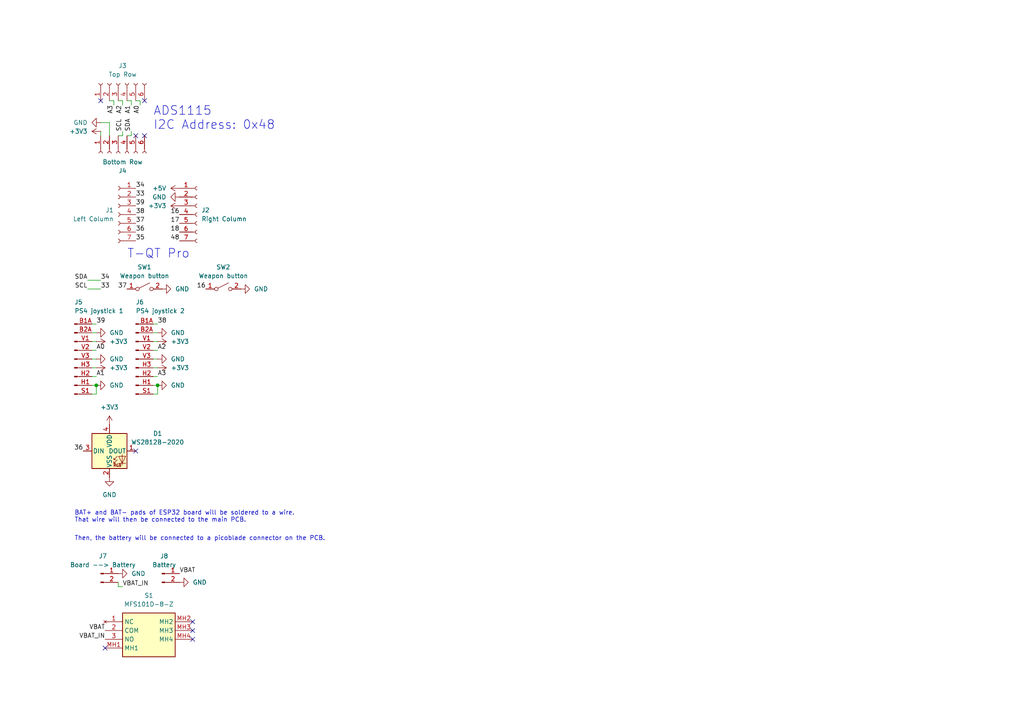
<source format=kicad_sch>
(kicad_sch (version 20231120) (generator "eeschema") (generator_version "8.0")
  (paper "A4")
  (lib_symbols
    (symbol "Conn_01x09_Pin_1" (pin_names (offset 1.016) hide)
      (property "Reference" "J6" (at 0 16.51 0))
      (property "Value" "PS4 joystick 2" (at 0 13.97 0))
      (symbol "Conn_01x09_Pin_1_1_1"
        (rectangle (start 0 -10.033) (end 0.8636 -10.287) (stroke (width 0.1524)) (fill (type outline)))
        (polyline (pts (xy 1.27 -10.16) (xy 0.8636 -10.16)) (stroke (width 0.1524)))
        (polyline (pts (xy 1.27 -7.62) (xy 0.8636 -7.62)) (stroke (width 0.1524)))
        (polyline (pts (xy 1.27 -5.08) (xy 0.8636 -5.08)) (stroke (width 0.1524)))
        (polyline (pts (xy 1.27 -2.54) (xy 0.8636 -2.54)) (stroke (width 0.1524)))
        (polyline (pts (xy 1.27 0) (xy 0.8636 0)) (stroke (width 0.1524)))
        (polyline (pts (xy 1.27 2.54) (xy 0.8636 2.54)) (stroke (width 0.1524)))
        (polyline (pts (xy 1.27 5.08) (xy 0.8636 5.08)) (stroke (width 0.1524)))
        (polyline (pts (xy 1.27 7.62) (xy 0.8636 7.62)) (stroke (width 0.1524)))
        (polyline (pts (xy 1.27 10.16) (xy 0.8636 10.16)) (stroke (width 0.1524)))
        (rectangle (start 0.8636 -7.493) (end 0 -7.747) (stroke (width 0.1524)) (fill (type outline)))
        (rectangle (start 0.8636 -4.953) (end 0 -5.207) (stroke (width 0.1524)) (fill (type outline)))
        (rectangle (start 0.8636 -2.413) (end 0 -2.667) (stroke (width 0.1524)) (fill (type outline)))
        (rectangle (start 0.8636 0.127) (end 0 -0.127) (stroke (width 0.1524)) (fill (type outline)))
        (rectangle (start 0.8636 2.667) (end 0 2.413) (stroke (width 0.1524)) (fill (type outline)))
        (rectangle (start 0.8636 5.207) (end 0 4.953) (stroke (width 0.1524)) (fill (type outline)))
        (rectangle (start 0.8636 7.747) (end 0 7.493) (stroke (width 0.1524)) (fill (type outline)))
        (rectangle (start 0.8636 10.287) (end 0 10.033) (stroke (width 0.1524)) (fill (type outline)))
        (pin output line (at 5.08 10.16 180) (length 3.81) (name "Pin_1") (number "B1A"))
        (pin output line (at 5.08 10.16 180) (length 3.81) hide (name "Pin_1") (number "B1B"))
        (pin power_in line (at 5.08 7.62 180) (length 3.81) (name "Pin_2") (number "B2A"))
        (pin power_in line (at 5.08 7.62 180) (length 3.81) hide (name "Pin_2") (number "B2B"))
        (pin power_in line (at 5.08 -7.62 180) (length 3.81) (name "Pin_8") (number "H1"))
        (pin input line (at 5.08 -5.08 180) (length 3.81) (name "Pin_7") (number "H2"))
        (pin power_in line (at 5.08 -2.54 180) (length 3.81) (name "Pin_6") (number "H3"))
        (pin power_in line (at 5.08 -10.16 180) (length 3.81) (name "Pin_9") (number "S1"))
        (pin power_in line (at 5.08 -10.16 180) (length 3.81) hide (name "Pin_9") (number "S2"))
        (pin power_in line (at 5.08 -10.16 180) (length 3.81) hide (name "Pin_9") (number "S3"))
        (pin power_in line (at 5.08 -10.16 180) (length 3.81) hide (name "Pin_9") (number "S4"))
        (pin power_in line (at 5.08 5.08 180) (length 3.81) (name "Pin_3") (number "V1"))
        (pin input line (at 5.08 2.54 180) (length 3.81) (name "Pin_4") (number "V2"))
        (pin power_in line (at 5.08 0 180) (length 3.81) (name "Pin_5") (number "V3"))
      )
    )
    (symbol "Connector:Conn_01x02_Pin" (pin_names (offset 1.016) hide)
      (property "Reference" "J" (at 0 2.54 0))
      (property "Value" "Conn_01x02_Pin" (at 0 -5.08 0))
      (symbol "Conn_01x02_Pin_1_1"
        (polyline (pts (xy 1.27 -2.54) (xy 0.8636 -2.54)) (stroke (width 0.1524)))
        (polyline (pts (xy 1.27 0) (xy 0.8636 0)) (stroke (width 0.1524)))
        (rectangle (start 0.8636 -2.413) (end 0 -2.667) (stroke (width 0.1524)) (fill (type outline)))
        (rectangle (start 0.8636 0.127) (end 0 -0.127) (stroke (width 0.1524)) (fill (type outline)))
        (pin passive line (at 5.08 0 180) (length 3.81) (name "Pin_1") (number "1"))
        (pin passive line (at 5.08 -2.54 180) (length 3.81) (name "Pin_2") (number "2"))
      )
    )
    (symbol "Connector:Conn_01x06_Socket" (pin_names (offset 1.016) hide)
      (property "Reference" "J" (at 0 7.62 0))
      (property "Value" "Conn_01x06_Socket" (at 0 -10.16 0))
      (symbol "Conn_01x06_Socket_1_1"
        (arc (start 0 -7.112) (mid -0.5058 -7.62) (end 0 -8.128) (stroke (width 0.1524)))
        (arc (start 0 -4.572) (mid -0.5058 -5.08) (end 0 -5.588) (stroke (width 0.1524)))
        (arc (start 0 -2.032) (mid -0.5058 -2.54) (end 0 -3.048) (stroke (width 0.1524)))
        (polyline (pts (xy -1.27 -7.62) (xy -0.508 -7.62)) (stroke (width 0.1524)))
        (polyline (pts (xy -1.27 -5.08) (xy -0.508 -5.08)) (stroke (width 0.1524)))
        (polyline (pts (xy -1.27 -2.54) (xy -0.508 -2.54)) (stroke (width 0.1524)))
        (polyline (pts (xy -1.27 0) (xy -0.508 0)) (stroke (width 0.1524)))
        (polyline (pts (xy -1.27 2.54) (xy -0.508 2.54)) (stroke (width 0.1524)))
        (polyline (pts (xy -1.27 5.08) (xy -0.508 5.08)) (stroke (width 0.1524)))
        (arc (start 0 0.508) (mid -0.5058 0) (end 0 -0.508) (stroke (width 0.1524)))
        (arc (start 0 3.048) (mid -0.5058 2.54) (end 0 2.032) (stroke (width 0.1524)))
        (arc (start 0 5.588) (mid -0.5058 5.08) (end 0 4.572) (stroke (width 0.1524)))
        (pin passive line (at -5.08 5.08 0) (length 3.81) (name "Pin_1") (number "1"))
        (pin passive line (at -5.08 2.54 0) (length 3.81) (name "Pin_2") (number "2"))
        (pin passive line (at -5.08 0 0) (length 3.81) (name "Pin_3") (number "3"))
        (pin passive line (at -5.08 -2.54 0) (length 3.81) (name "Pin_4") (number "4"))
        (pin passive line (at -5.08 -5.08 0) (length 3.81) (name "Pin_5") (number "5"))
        (pin passive line (at -5.08 -7.62 0) (length 3.81) (name "Pin_6") (number "6"))
      )
    )
    (symbol "Connector:Conn_01x07_Socket" (pin_names (offset 1.016) hide)
      (property "Reference" "J" (at 0 10.16 0))
      (property "Value" "Conn_01x07_Socket" (at 0 -10.16 0))
      (symbol "Conn_01x07_Socket_1_1"
        (arc (start 0 -7.112) (mid -0.5058 -7.62) (end 0 -8.128) (stroke (width 0.1524)))
        (arc (start 0 -4.572) (mid -0.5058 -5.08) (end 0 -5.588) (stroke (width 0.1524)))
        (arc (start 0 -2.032) (mid -0.5058 -2.54) (end 0 -3.048) (stroke (width 0.1524)))
        (polyline (pts (xy -1.27 -7.62) (xy -0.508 -7.62)) (stroke (width 0.1524)))
        (polyline (pts (xy -1.27 -5.08) (xy -0.508 -5.08)) (stroke (width 0.1524)))
        (polyline (pts (xy -1.27 -2.54) (xy -0.508 -2.54)) (stroke (width 0.1524)))
        (polyline (pts (xy -1.27 0) (xy -0.508 0)) (stroke (width 0.1524)))
        (polyline (pts (xy -1.27 2.54) (xy -0.508 2.54)) (stroke (width 0.1524)))
        (polyline (pts (xy -1.27 5.08) (xy -0.508 5.08)) (stroke (width 0.1524)))
        (polyline (pts (xy -1.27 7.62) (xy -0.508 7.62)) (stroke (width 0.1524)))
        (arc (start 0 0.508) (mid -0.5058 0) (end 0 -0.508) (stroke (width 0.1524)))
        (arc (start 0 3.048) (mid -0.5058 2.54) (end 0 2.032) (stroke (width 0.1524)))
        (arc (start 0 5.588) (mid -0.5058 5.08) (end 0 4.572) (stroke (width 0.1524)))
        (arc (start 0 8.128) (mid -0.5058 7.62) (end 0 7.112) (stroke (width 0.1524)))
        (pin passive line (at -5.08 7.62 0) (length 3.81) (name "Pin_1") (number "1"))
        (pin passive line (at -5.08 5.08 0) (length 3.81) (name "Pin_2") (number "2"))
        (pin passive line (at -5.08 2.54 0) (length 3.81) (name "Pin_3") (number "3"))
        (pin passive line (at -5.08 0 0) (length 3.81) (name "Pin_4") (number "4"))
        (pin passive line (at -5.08 -2.54 0) (length 3.81) (name "Pin_5") (number "5"))
        (pin passive line (at -5.08 -5.08 0) (length 3.81) (name "Pin_6") (number "6"))
        (pin passive line (at -5.08 -7.62 0) (length 3.81) (name "Pin_7") (number "7"))
      )
    )
    (symbol "Connector:Conn_01x09_Pin" (pin_names (offset 1.016) hide)
      (property "Reference" "J5" (at 0 16.51 0))
      (property "Value" "PS4 joystick 1" (at 0 13.97 0))
      (symbol "Conn_01x09_Pin_1_1"
        (rectangle (start 0 -10.033) (end 0.8636 -10.287) (stroke (width 0.1524)) (fill (type outline)))
        (polyline (pts (xy 1.27 -10.16) (xy 0.8636 -10.16)) (stroke (width 0.1524)))
        (polyline (pts (xy 1.27 -7.62) (xy 0.8636 -7.62)) (stroke (width 0.1524)))
        (polyline (pts (xy 1.27 -5.08) (xy 0.8636 -5.08)) (stroke (width 0.1524)))
        (polyline (pts (xy 1.27 -2.54) (xy 0.8636 -2.54)) (stroke (width 0.1524)))
        (polyline (pts (xy 1.27 0) (xy 0.8636 0)) (stroke (width 0.1524)))
        (polyline (pts (xy 1.27 2.54) (xy 0.8636 2.54)) (stroke (width 0.1524)))
        (polyline (pts (xy 1.27 5.08) (xy 0.8636 5.08)) (stroke (width 0.1524)))
        (polyline (pts (xy 1.27 7.62) (xy 0.8636 7.62)) (stroke (width 0.1524)))
        (polyline (pts (xy 1.27 10.16) (xy 0.8636 10.16)) (stroke (width 0.1524)))
        (rectangle (start 0 10.287) (end 0.8636 10.033) (stroke (width 0.1524)) (fill (type outline)))
        (rectangle (start 0.8636 -7.493) (end 0 -7.747) (stroke (width 0.1524)) (fill (type outline)))
        (rectangle (start 0.8636 -4.953) (end 0 -5.207) (stroke (width 0.1524)) (fill (type outline)))
        (rectangle (start 0.8636 -2.413) (end 0 -2.667) (stroke (width 0.1524)) (fill (type outline)))
        (rectangle (start 0.8636 0.127) (end 0 -0.127) (stroke (width 0.1524)) (fill (type outline)))
        (rectangle (start 0.8636 2.667) (end 0 2.413) (stroke (width 0.1524)) (fill (type outline)))
        (rectangle (start 0.8636 5.207) (end 0 4.953) (stroke (width 0.1524)) (fill (type outline)))
        (rectangle (start 0.8636 7.747) (end 0 7.493) (stroke (width 0.1524)) (fill (type outline)))
        (pin output line (at 5.08 10.16 180) (length 3.81) (name "Pin_1") (number "B1A"))
        (pin output line (at 5.08 10.16 180) (length 3.81) hide (name "Pin_1") (number "B1B"))
        (pin power_in line (at 5.08 7.62 180) (length 3.81) (name "Pin_2") (number "B2A"))
        (pin power_in line (at 5.08 7.62 180) (length 3.81) hide (name "Pin_2") (number "B2B"))
        (pin power_in line (at 5.08 -7.62 180) (length 3.81) (name "Pin_8") (number "H1"))
        (pin input line (at 5.08 -5.08 180) (length 3.81) (name "Pin_7") (number "H2"))
        (pin power_in line (at 5.08 -2.54 180) (length 3.81) (name "Pin_6") (number "H3"))
        (pin power_in line (at 5.08 -10.16 180) (length 3.81) (name "Pin_9") (number "S1"))
        (pin power_in line (at 5.08 -10.16 180) (length 3.81) hide (name "Pin_9") (number "S2"))
        (pin power_in line (at 5.08 -10.16 180) (length 3.81) hide (name "Pin_9") (number "S3"))
        (pin power_in line (at 5.08 -10.16 180) (length 3.81) hide (name "Pin_9") (number "S4"))
        (pin power_in line (at 5.08 5.08 180) (length 3.81) (name "Pin_3") (number "V1"))
        (pin input line (at 5.08 2.54 180) (length 3.81) (name "Pin_4") (number "V2"))
        (pin power_in line (at 5.08 0 180) (length 3.81) (name "Pin_5") (number "V3"))
      )
    )
    (symbol "LED:WS2812B-2020" (pin_names (offset 0.254))
      (property "Reference" "D" (at 5.08 5.715 0))
      (property "Value" "WS2812B-2020" (at 1.27 -5.715 0))
      (symbol "WS2812B-2020_0_0"
        (text "RGB" (at 2.286 -4.191 0) (effects (font (size 0.762 0.762))))
      )
      (symbol "WS2812B-2020_0_1"
        (polyline (pts (xy 1.27 -3.556) (xy 1.778 -3.556)))
        (polyline (pts (xy 1.27 -2.54) (xy 1.778 -2.54)))
        (polyline (pts (xy 4.699 -3.556) (xy 2.667 -3.556)))
        (polyline (pts (xy 2.286 -2.54) (xy 1.27 -3.556) (xy 1.27 -3.048)))
        (polyline (pts (xy 2.286 -1.524) (xy 1.27 -2.54) (xy 1.27 -2.032)))
        (polyline (pts (xy 3.683 -1.016) (xy 3.683 -3.556) (xy 3.683 -4.064)))
        (polyline (pts (xy 4.699 -1.524) (xy 2.667 -1.524) (xy 3.683 -3.556) (xy 4.699 -1.524)))
        (rectangle (start 5.08 5.08) (end -5.08 -5.08) (stroke (width 0.254)) (fill (type background)))
      )
      (symbol "WS2812B-2020_1_1"
        (pin output line (at 7.62 0 180) (length 2.54) (name "DOUT") (number "1"))
        (pin power_in line (at 0 -7.62 90) (length 2.54) (name "VSS") (number "2"))
        (pin input line (at -7.62 0 0) (length 2.54) (name "DIN") (number "3"))
        (pin power_in line (at 0 7.62 270) (length 2.54) (name "VDD") (number "4"))
      )
    )
    (symbol "MFS101D-8-Z:MFS101D-8-Z"
      (property "Reference" "S" (at 21.59 7.62 0))
      (property "Value" "MFS101D-8-Z" (at 21.59 5.08 0))
      (symbol "MFS101D-8-Z_1_1"
        (rectangle (start 5.08 2.54) (end 20.32 -10.16) (stroke (width 0.254)) (fill (type background)))
        (pin no_connect line (at 0 0 0) (length 5.08) (name "NC") (number "1"))
        (pin passive line (at 0 -2.54 0) (length 5.08) (name "COM") (number "2"))
        (pin passive line (at 0 -5.08 0) (length 5.08) (name "NO") (number "3"))
        (pin passive line (at 0 -7.62 0) (length 5.08) (name "MH1") (number "MH1"))
        (pin passive line (at 25.4 0 180) (length 5.08) (name "MH2") (number "MH2"))
        (pin passive line (at 25.4 -2.54 180) (length 5.08) (name "MH3") (number "MH3"))
        (pin passive line (at 25.4 -5.08 180) (length 5.08) (name "MH4") (number "MH4"))
      )
    )
    (symbol "Switch:SW_SPST" (pin_names (offset 0) hide)
      (property "Reference" "SW" (at 0 3.175 0))
      (property "Value" "SW_SPST" (at 0 -2.54 0))
      (symbol "SW_SPST_0_0"
        (circle (center -2.032 0) (radius 0.508))
        (polyline (pts (xy -1.524 0.254) (xy 1.524 1.778)))
        (circle (center 2.032 0) (radius 0.508))
      )
      (symbol "SW_SPST_1_1"
        (pin passive line (at -5.08 0 0) (length 2.54) (name "A") (number "1"))
        (pin passive line (at 5.08 0 180) (length 2.54) (name "B") (number "2"))
      )
    )
    (symbol "power:+3V3" (power) (pin_numbers hide) (pin_names (offset 0) hide)
      (property "Value" "+3V3" (at 0 3.556 0))
      (symbol "+3V3_0_1"
        (polyline (pts (xy -0.762 1.27) (xy 0 2.54)))
        (polyline (pts (xy 0 0) (xy 0 2.54)))
        (polyline (pts (xy 0 2.54) (xy 0.762 1.27)))
      )
      (symbol "+3V3_1_1"
        (pin power_in line (at 0 0 90) (length 0) (name "~") (number "1"))
      )
    )
    (symbol "power:+5V" (power) (pin_numbers hide) (pin_names (offset 0) hide)
      (property "Value" "+5V" (at 0 3.556 0))
      (symbol "+5V_0_1"
        (polyline (pts (xy -0.762 1.27) (xy 0 2.54)))
        (polyline (pts (xy 0 0) (xy 0 2.54)))
        (polyline (pts (xy 0 2.54) (xy 0.762 1.27)))
      )
      (symbol "+5V_1_1"
        (pin power_in line (at 0 0 90) (length 0) (name "~") (number "1"))
      )
    )
    (symbol "power:GND" (power) (pin_numbers hide) (pin_names (offset 0) hide)
      (property "Value" "GND" (at 0 -3.81 0))
      (symbol "GND_0_1"
        (polyline (pts (xy 0 0) (xy 0 -1.27) (xy 1.27 -1.27) (xy 0 -2.54) (xy -1.27 -1.27) (xy 0 -1.27)))
      )
      (symbol "GND_1_1"
        (pin power_in line (at 0 0 270) (length 0) (name "~") (number "1"))
      )
    )
  )
  (junction (at 27.94 111.76))
  (junction (at 45.72 111.76))
  (no_connect (at 30.48 187.96))
  (no_connect (at 41.91 29.21))
  (no_connect (at 55.88 185.42))
  (no_connect (at 29.21 29.21))
  (no_connect (at 55.88 180.34))
  (no_connect (at 39.37 39.37))
  (no_connect (at 41.91 39.37))
  (no_connect (at 55.88 182.88))
  (no_connect (at 39.37 130.81))
  (wire (pts (xy 45.72 101.6) (xy 44.45 101.6)))
  (wire (pts (xy 27.94 111.76) (xy 27.94 114.3)))
  (wire (pts (xy 27.94 101.6) (xy 26.67 101.6)))
  (wire (pts (xy 29.21 35.56) (xy 31.75 35.56)))
  (wire (pts (xy 27.94 114.3) (xy 26.67 114.3)))
  (wire (pts (xy 33.02 30.48) (xy 33.02 29.21)))
  (wire (pts (xy 38.1 39.37) (xy 36.83 39.37)))
  (wire (pts (xy 35.56 170.18) (xy 34.29 170.18)))
  (wire (pts (xy 38.1 38.1) (xy 38.1 39.37)))
  (wire (pts (xy 27.94 96.52) (xy 26.67 96.52)))
  (wire (pts (xy 34.29 170.18) (xy 34.29 168.91)))
  (wire (pts (xy 35.56 38.1) (xy 35.56 39.37)))
  (wire (pts (xy 27.94 99.06) (xy 26.67 99.06)))
  (wire (pts (xy 25.4 83.82) (xy 29.21 83.82)))
  (wire (pts (xy 40.64 30.48) (xy 40.64 29.21)))
  (wire (pts (xy 45.72 111.76) (xy 45.72 114.3)))
  (wire (pts (xy 27.94 104.14) (xy 26.67 104.14)))
  (wire (pts (xy 45.72 109.22) (xy 44.45 109.22)))
  (wire (pts (xy 45.72 106.68) (xy 44.45 106.68)))
  (wire (pts (xy 25.4 81.28) (xy 29.21 81.28)))
  (wire (pts (xy 40.64 29.21) (xy 39.37 29.21)))
  (wire (pts (xy 33.02 29.21) (xy 31.75 29.21)))
  (wire (pts (xy 29.21 38.1) (xy 29.21 39.37)))
  (wire (pts (xy 45.72 93.98) (xy 44.45 93.98)))
  (wire (pts (xy 45.72 114.3) (xy 44.45 114.3)))
  (wire (pts (xy 27.94 111.76) (xy 26.67 111.76)))
  (wire (pts (xy 27.94 106.68) (xy 26.67 106.68)))
  (wire (pts (xy 45.72 96.52) (xy 44.45 96.52)))
  (wire (pts (xy 45.72 99.06) (xy 44.45 99.06)))
  (wire (pts (xy 45.72 111.76) (xy 44.45 111.76)))
  (wire (pts (xy 35.56 39.37) (xy 34.29 39.37)))
  (wire (pts (xy 35.56 29.21) (xy 34.29 29.21)))
  (wire (pts (xy 35.56 30.48) (xy 35.56 29.21)))
  (wire (pts (xy 27.94 93.98) (xy 26.67 93.98)))
  (wire (pts (xy 38.1 30.48) (xy 38.1 29.21)))
  (wire (pts (xy 31.75 35.56) (xy 31.75 39.37)))
  (wire (pts (xy 27.94 109.22) (xy 26.67 109.22)))
  (wire (pts (xy 38.1 29.21) (xy 36.83 29.21)))
  (wire (pts (xy 45.72 104.14) (xy 44.45 104.14)))
  (text "T-QT Pro" (at 45.974 73.66 0) (effects (font (size 2.54 2.54))))
  (text "ADS1115\nI2C Address: 0x48" (at 44.45 34.29 0) (effects (font (size 2.54 2.54)) (justify left)))
  (text "BAT+ and BAT- pads of ESP32 board will be soldered to a wire.\nThat wire will then be connected to the main PCB." (at 21.59 149.86 0) (effects (font (size 1.27 1.27)) (justify left)))
  (text "Then, the battery will be connected to a picoblade connector on the PCB." (at 21.59 156.21 0) (effects (font (size 1.27 1.27)) (justify left)))
  (label "35" (at 39.37 69.85 0))
  (label "SCL" (at 35.56 38.1 90))
  (label "A2" (at 35.56 30.48 270))
  (label "33" (at 39.37 57.15 0))
  (label "16" (at 59.69 83.82 180))
  (label "38" (at 45.72 93.98 0))
  (label "A2" (at 45.72 101.6 0))
  (label "39" (at 27.94 93.98 0))
  (label "A0" (at 40.64 30.48 270))
  (label "37" (at 39.37 64.77 0))
  (label "A3" (at 45.72 109.22 0))
  (label "18" (at 52.07 67.31 180))
  (label "36" (at 24.13 130.81 180))
  (label "16" (at 52.07 62.23 180))
  (label "37" (at 36.83 83.82 180))
  (label "34" (at 29.21 81.28 0))
  (label "48" (at 52.07 69.85 180))
  (label "34" (at 39.37 54.61 0))
  (label "VBAT" (at 52.07 166.37 0))
  (label "A1" (at 38.1 30.48 270))
  (label "33" (at 29.21 83.82 0))
  (label "VBAT" (at 30.48 182.88 180))
  (label "39" (at 39.37 59.69 0))
  (label "38" (at 39.37 62.23 0))
  (label "SDA" (at 25.4 81.28 180))
  (label "36" (at 39.37 67.31 0))
  (label "A0" (at 27.94 101.6 0))
  (label "VBAT_IN" (at 35.56 170.18 0))
  (label "SCL" (at 25.4 83.82 180))
  (label "A3" (at 33.02 30.48 270))
  (label "VBAT_IN" (at 30.48 185.42 180))
  (label "17" (at 52.07 64.77 180))
  (label "A1" (at 27.94 109.22 0))
  (label "SDA" (at 38.1 38.1 90))
  (symbol (lib_id "power:+3V3") (at 27.94 106.68 270) (unit 1)
    (property "Reference" "#PWR09" (effects (hide yes)))
    (property "Value" "+3V3" (at 31.75 106.6799 90) (effects (justify left)))
    (property "Description" "Power symbol creates a global label with name \"+3V3\"" (effects (hide yes)))
  )
  (symbol (lib_id "power:+3V3") (at 31.75 123.19 0) (unit 1)
    (property "Reference" "#PWR018" (effects (hide yes)))
    (property "Value" "+3V3" (at 31.75 118.11 0))
    (property "Description" "Power symbol creates a global label with name \"+3V3\"" (effects (hide yes)))
  )
  (symbol (lib_id "power:GND") (at 46.99 83.82 90) (unit 1)
    (property "Reference" "#PWR016" (effects (hide yes)))
    (property "Value" "GND" (at 50.8 83.8199 90) (effects (justify right)))
    (property "Description" "Power symbol creates a global label with name \"GND\" , ground" (effects (hide yes)))
  )
  (symbol (lib_id "power:+3V3") (at 45.72 106.68 270) (unit 1)
    (property "Reference" "#PWR014" (effects (hide yes)))
    (property "Value" "+3V3" (at 49.53 106.6799 90) (effects (justify left)))
    (property "Description" "Power symbol creates a global label with name \"+3V3\"" (effects (hide yes)))
  )
  (symbol (lib_id "power:+3V3") (at 29.21 38.1 90) (unit 1)
    (property "Reference" "#PWR04" (effects (hide yes)))
    (property "Value" "+3V3" (at 25.4 38.0999 90) (effects (justify left)))
    (property "Description" "Power symbol creates a global label with name \"+3V3\"" (effects (hide yes)))
  )
  (symbol (lib_id "power:GND") (at 27.94 96.52 90) (unit 1)
    (property "Reference" "#PWR06" (effects (hide yes)))
    (property "Value" "GND" (at 31.75 96.5199 90) (effects (justify right)))
    (property "Description" "Power symbol creates a global label with name \"GND\" , ground" (effects (hide yes)))
  )
  (symbol (lib_id "Connector:Conn_01x07_Socket") (at 57.15 62.23 0) (unit 1)
    (property "Reference" "J2" (at 58.42 60.9599 0) (effects (justify left)))
    (property "Value" "Right Column" (at 58.42 63.4999 0) (effects (justify left)))
    (property "Footprint" "Connector_PinSocket_2.54mm:PinSocket_1x07_P2.54mm_Vertical" (effects (hide yes)))
    (property "Description" "Generic connector, single row, 01x07, script generated" (effects (hide yes)))
  )
  (symbol (lib_id "power:GND") (at 69.85 83.82 90) (unit 1)
    (property "Reference" "#PWR019" (effects (hide yes)))
    (property "Value" "GND" (at 73.66 83.8199 90) (effects (justify right)))
    (property "Description" "Power symbol creates a global label with name \"GND\" , ground" (effects (hide yes)))
  )
  (symbol (lib_id "MFS101D-8-Z:MFS101D-8-Z") (at 30.48 180.34 0) (unit 1)
    (property "Reference" "S1" (at 43.18 172.72 0))
    (property "Value" "MFS101D-8-Z" (at 43.18 175.26 0))
    (property "Footprint" "MFS101D8Z" (effects (hide yes)))
    (property "Datasheet" "https://www.nidec-copal-electronics.com/e/catalog/switch/mfs.pdf" (effects (hide yes)))
    (property "Description" "PCB Slide Switch Single Pole Double Throw (SPDT) Latching 300 mA @ 30 V dc Slide" (effects (hide yes)))
    (property "Height" "7.9" (effects (hide yes)))
    (property "Manufacturer_Name" "Copal Electronics" (effects (hide yes)))
    (property "Manufacturer_Part_Number" "MFS101D-8-Z" (effects (hide yes)))
  )
  (symbol (lib_id "Connector:Conn_01x07_Socket") (at 34.29 62.23 0) (mirror y) (unit 1)
    (property "Reference" "J1" (at 33.02 60.9599 0) (effects (justify left)))
    (property "Value" "Left Column" (at 33.02 63.4999 0) (effects (justify left)))
    (property "Footprint" "Connector_PinSocket_2.54mm:PinSocket_1x07_P2.54mm_Vertical" (effects (hide yes)))
    (property "Description" "Generic connector, single row, 01x07, script generated" (effects (hide yes)))
  )
  (symbol (lib_id "Connector:Conn_01x09_Pin") (at 21.59 104.14 0) (unit 1)
    (property "Reference" "J5" (at 21.59 87.63 0) (effects (justify left)))
    (property "Value" "PS4 joystick 1" (at 21.59 90.17 0) (effects (justify left)))
    (property "Footprint" "PS4_joystick:PS4_joystick" (effects (hide yes)))
    (property "Description" "Generic connector, single row, 01x09, script generated" (effects (hide yes)))
  )
  (symbol (lib_id "Switch:SW_SPST") (at 41.91 83.82 0) (unit 1)
    (property "Reference" "SW1" (at 41.91 77.47 0))
    (property "Value" "Weapon button" (at 41.91 80.01 0))
    (property "Footprint" "Button_Switch_THT:SW_SPST_Omron_B3F-315x_Angled" (effects (hide yes)))
    (property "Description" "Single Pole Single Throw (SPST) switch" (effects (hide yes)))
  )
  (symbol (lib_id "power:+3V3") (at 27.94 99.06 270) (unit 1)
    (property "Reference" "#PWR07" (effects (hide yes)))
    (property "Value" "+3V3" (at 31.75 99.0599 90) (effects (justify left)))
    (property "Description" "Power symbol creates a global label with name \"+3V3\"" (effects (hide yes)))
  )
  (symbol (lib_id "power:GND") (at 29.21 35.56 270) (unit 1)
    (property "Reference" "#PWR05" (effects (hide yes)))
    (property "Value" "GND" (at 25.4 35.5599 90) (effects (justify right)))
    (property "Description" "Power symbol creates a global label with name \"GND\" , ground" (effects (hide yes)))
  )
  (symbol (lib_id "power:GND") (at 34.29 166.37 90) (unit 1)
    (property "Reference" "#PWR020" (effects (hide yes)))
    (property "Value" "GND" (at 38.1 166.3699 90) (effects (justify right)))
    (property "Description" "Power symbol creates a global label with name \"GND\" , ground" (effects (hide yes)))
  )
  (symbol (lib_id "power:GND") (at 52.07 168.91 90) (unit 1)
    (property "Reference" "#PWR022" (effects (hide yes)))
    (property "Value" "GND" (at 55.88 168.9099 90) (effects (justify right)))
    (property "Description" "Power symbol creates a global label with name \"GND\" , ground" (effects (hide yes)))
  )
  (symbol (lib_id "LED:WS2812B-2020") (at 31.75 130.81 0) (unit 1)
    (property "Reference" "D1" (at 45.72 125.73 0))
    (property "Value" "WS2812B-2020" (at 45.72 128.27 0))
    (property "Footprint" "LED_SMD:LED_WS2812B-2020_PLCC4_2.0x2.0mm" (effects (hide yes)))
    (property "Datasheet" "https://cdn-shop.adafruit.com/product-files/4684/4684_WS2812B-2020_V1.3_EN.pdf" (effects (hide yes)))
    (property "Description" "RGB LED with integrated controller, 2.0 x 2.0 mm, 12 mA" (effects (hide yes)))
  )
  (symbol (lib_id "power:GND") (at 52.07 57.15 270) (unit 1)
    (property "Reference" "#PWR02" (effects (hide yes)))
    (property "Value" "GND" (at 48.26 57.1499 90) (effects (justify right)))
    (property "Description" "Power symbol creates a global label with name \"GND\" , ground" (effects (hide yes)))
  )
  (symbol (lib_id "Connector:Conn_01x06_Socket") (at 34.29 44.45 90) (mirror x) (unit 1)
    (property "Reference" "J4" (at 35.56 49.53 90))
    (property "Value" "Bottom Row" (at 35.56 46.99 90))
    (property "Footprint" "Connector_PinSocket_2.54mm:PinSocket_1x06_P2.54mm_Vertical" (effects (hide yes)))
    (property "Description" "Generic connector, single row, 01x06, script generated" (effects (hide yes)))
  )
  (symbol (lib_id "power:GND") (at 31.75 138.43 0) (unit 1)
    (property "Reference" "#PWR017" (effects (hide yes)))
    (property "Value" "GND" (at 31.75 143.51 0))
    (property "Description" "Power symbol creates a global label with name \"GND\" , ground" (effects (hide yes)))
  )
  (symbol (lib_id "Switch:SW_SPST") (at 64.77 83.82 0) (unit 1)
    (property "Reference" "SW2" (at 64.77 77.47 0))
    (property "Value" "Weapon button" (at 64.77 80.01 0))
    (property "Footprint" "Button_Switch_THT:SW_SPST_Omron_B3F-315x_Angled" (effects (hide yes)))
    (property "Description" "Single Pole Single Throw (SPST) switch" (effects (hide yes)))
  )
  (symbol (lib_id "Connector:Conn_01x02_Pin") (at 29.21 166.37 0) (unit 1)
    (property "Reference" "J7" (at 29.845 161.29 0))
    (property "Value" "Board --> Battery" (at 29.845 163.83 0))
    (property "Footprint" "Connector_JST:JST_PH_B2B-PH-K_1x02_P2.00mm_Vertical" (effects (hide yes)))
    (property "Description" "Generic connector, single row, 01x02, script generated" (effects (hide yes)))
  )
  (symbol (lib_name "Conn_01x09_Pin_1") (lib_id "Connector:Conn_01x09_Pin") (at 39.37 104.14 0) (unit 1)
    (property "Reference" "J6" (at 39.37 87.63 0) (effects (justify left)))
    (property "Value" "PS4 joystick 2" (at 39.37 90.17 0) (effects (justify left)))
    (property "Footprint" "PS4_joystick:PS4_joystick" (effects (hide yes)))
    (property "Description" "Generic connector, single row, 01x09, script generated" (effects (hide yes)))
  )
  (symbol (lib_id "power:+3V3") (at 52.07 59.69 90) (unit 1)
    (property "Reference" "#PWR03" (effects (hide yes)))
    (property "Value" "+3V3" (at 48.26 59.6899 90) (effects (justify left)))
    (property "Description" "Power symbol creates a global label with name \"+3V3\"" (effects (hide yes)))
  )
  (symbol (lib_id "power:GND") (at 45.72 104.14 90) (unit 1)
    (property "Reference" "#PWR013" (effects (hide yes)))
    (property "Value" "GND" (at 49.53 104.1399 90) (effects (justify right)))
    (property "Description" "Power symbol creates a global label with name \"GND\" , ground" (effects (hide yes)))
  )
  (symbol (lib_id "Connector:Conn_01x02_Pin") (at 46.99 166.37 0) (unit 1)
    (property "Reference" "J8" (at 47.625 161.29 0))
    (property "Value" "Battery" (at 47.625 163.83 0))
    (property "Footprint" "Connector_JST:JST_PH_B2B-PH-K_1x02_P2.00mm_Vertical" (effects (hide yes)))
    (property "Description" "Generic connector, single row, 01x02, script generated" (effects (hide yes)))
  )
  (symbol (lib_id "power:GND") (at 27.94 104.14 90) (unit 1)
    (property "Reference" "#PWR08" (effects (hide yes)))
    (property "Value" "GND" (at 31.75 104.1399 90) (effects (justify right)))
    (property "Description" "Power symbol creates a global label with name \"GND\" , ground" (effects (hide yes)))
  )
  (symbol (lib_id "Connector:Conn_01x06_Socket") (at 34.29 24.13 90) (unit 1)
    (property "Reference" "J3" (at 35.56 19.05 90))
    (property "Value" "Top Row" (at 35.56 21.59 90))
    (property "Footprint" "Connector_PinSocket_2.54mm:PinSocket_1x06_P2.54mm_Vertical" (effects (hide yes)))
    (property "Description" "Generic connector, single row, 01x06, script generated" (effects (hide yes)))
  )
  (symbol (lib_id "power:GND") (at 27.94 111.76 90) (unit 1)
    (property "Reference" "#PWR010" (effects (hide yes)))
    (property "Value" "GND" (at 31.75 111.7599 90) (effects (justify right)))
    (property "Description" "Power symbol creates a global label with name \"GND\" , ground" (effects (hide yes)))
  )
  (symbol (lib_id "power:+3V3") (at 45.72 99.06 270) (unit 1)
    (property "Reference" "#PWR012" (effects (hide yes)))
    (property "Value" "+3V3" (at 49.53 99.0599 90) (effects (justify left)))
    (property "Description" "Power symbol creates a global label with name \"+3V3\"" (effects (hide yes)))
  )
  (symbol (lib_id "power:GND") (at 45.72 96.52 90) (unit 1)
    (property "Reference" "#PWR011" (effects (hide yes)))
    (property "Value" "GND" (at 49.53 96.5199 90) (effects (justify right)))
    (property "Description" "Power symbol creates a global label with name \"GND\" , ground" (effects (hide yes)))
  )
  (symbol (lib_id "power:GND") (at 45.72 111.76 90) (unit 1)
    (property "Reference" "#PWR015" (effects (hide yes)))
    (property "Value" "GND" (at 49.53 111.7599 90) (effects (justify right)))
    (property "Description" "Power symbol creates a global label with name \"GND\" , ground" (effects (hide yes)))
  )
  (symbol (lib_id "power:+5V") (at 52.07 54.61 90) (unit 1)
    (property "Reference" "#PWR01" (effects (hide yes)))
    (property "Value" "+5V" (at 48.26 54.6099 90) (effects (justify left)))
    (property "Description" "Power symbol creates a global label with name \"+5V\"" (effects (hide yes)))
  )
)
</source>
